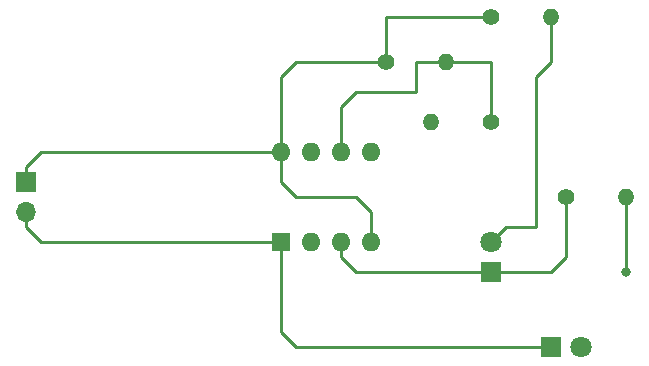
<source format=gbr>
G04 #@! TF.GenerationSoftware,KiCad,Pcbnew,5.0.2+dfsg1-1+deb10u1*
G04 #@! TF.CreationDate,2023-01-12T16:54:00+08:00*
G04 #@! TF.ProjectId,555-blinker,3535352d-626c-4696-9e6b-65722e6b6963,1.0*
G04 #@! TF.SameCoordinates,Original*
G04 #@! TF.FileFunction,Copper,L1,Top*
G04 #@! TF.FilePolarity,Positive*
%FSLAX46Y46*%
G04 Gerber Fmt 4.6, Leading zero omitted, Abs format (unit mm)*
G04 Created by KiCad (PCBNEW 5.0.2+dfsg1-1+deb10u1) date Thu 12 Jan 2023 04:54:00 PM +08*
%MOMM*%
%LPD*%
G01*
G04 APERTURE LIST*
G04 #@! TA.AperFunction,ComponentPad*
%ADD10R,1.700000X1.700000*%
G04 #@! TD*
G04 #@! TA.AperFunction,ComponentPad*
%ADD11O,1.700000X1.700000*%
G04 #@! TD*
G04 #@! TA.AperFunction,ComponentPad*
%ADD12C,1.800000*%
G04 #@! TD*
G04 #@! TA.AperFunction,ComponentPad*
%ADD13R,1.800000X1.800000*%
G04 #@! TD*
G04 #@! TA.AperFunction,ComponentPad*
%ADD14R,1.600000X1.600000*%
G04 #@! TD*
G04 #@! TA.AperFunction,ComponentPad*
%ADD15O,1.600000X1.600000*%
G04 #@! TD*
G04 #@! TA.AperFunction,ComponentPad*
%ADD16O,1.400000X1.400000*%
G04 #@! TD*
G04 #@! TA.AperFunction,ComponentPad*
%ADD17C,1.400000*%
G04 #@! TD*
G04 #@! TA.AperFunction,ViaPad*
%ADD18C,0.800000*%
G04 #@! TD*
G04 #@! TA.AperFunction,Conductor*
%ADD19C,0.250000*%
G04 #@! TD*
G04 APERTURE END LIST*
D10*
G04 #@! TO.P,BT1,1*
G04 #@! TO.N,VCC*
X104140000Y-52070000D03*
D11*
G04 #@! TO.P,BT1,2*
G04 #@! TO.N,GND*
X104140000Y-54610000D03*
G04 #@! TD*
D12*
G04 #@! TO.P,D2,2*
G04 #@! TO.N,Net-(D2-Pad2)*
X151130000Y-66040000D03*
D13*
G04 #@! TO.P,D2,1*
G04 #@! TO.N,GND*
X148590000Y-66040000D03*
G04 #@! TD*
G04 #@! TO.P,D1,1*
G04 #@! TO.N,Net-(D1-Pad1)*
X143510000Y-59690000D03*
D12*
G04 #@! TO.P,D1,2*
G04 #@! TO.N,Net-(D1-Pad2)*
X143510000Y-57150000D03*
G04 #@! TD*
D14*
G04 #@! TO.P,U1,1*
G04 #@! TO.N,GND*
X125730000Y-57150000D03*
D15*
G04 #@! TO.P,U1,5*
G04 #@! TO.N,Net-(U1-Pad5)*
X133350000Y-49530000D03*
G04 #@! TO.P,U1,2*
G04 #@! TO.N,Net-(R1-Pad2)*
X128270000Y-57150000D03*
G04 #@! TO.P,U1,6*
X130810000Y-49530000D03*
G04 #@! TO.P,U1,3*
G04 #@! TO.N,Net-(D1-Pad1)*
X130810000Y-57150000D03*
G04 #@! TO.P,U1,7*
G04 #@! TO.N,Net-(R2-Pad2)*
X128270000Y-49530000D03*
G04 #@! TO.P,U1,4*
G04 #@! TO.N,VCC*
X133350000Y-57150000D03*
G04 #@! TO.P,U1,8*
X125730000Y-49530000D03*
G04 #@! TD*
D16*
G04 #@! TO.P,R4,2*
G04 #@! TO.N,Net-(D2-Pad2)*
X154940000Y-53340000D03*
D17*
G04 #@! TO.P,R4,1*
G04 #@! TO.N,Net-(D1-Pad1)*
X149860000Y-53340000D03*
G04 #@! TD*
G04 #@! TO.P,R3,1*
G04 #@! TO.N,VCC*
X143510000Y-38100000D03*
D16*
G04 #@! TO.P,R3,2*
G04 #@! TO.N,Net-(D1-Pad2)*
X148590000Y-38100000D03*
G04 #@! TD*
G04 #@! TO.P,R2,2*
G04 #@! TO.N,Net-(R2-Pad2)*
X138430000Y-46990000D03*
D17*
G04 #@! TO.P,R2,1*
G04 #@! TO.N,Net-(R1-Pad2)*
X143510000Y-46990000D03*
G04 #@! TD*
G04 #@! TO.P,R1,1*
G04 #@! TO.N,VCC*
X134620000Y-41910000D03*
D16*
G04 #@! TO.P,R1,2*
G04 #@! TO.N,Net-(R1-Pad2)*
X139700000Y-41910000D03*
G04 #@! TD*
D18*
G04 #@! TO.N,Net-(D2-Pad2)*
X154940000Y-59690000D03*
G04 #@! TD*
D19*
G04 #@! TO.N,VCC*
X104140000Y-52070000D02*
X104140000Y-50800000D01*
X104140000Y-50800000D02*
X105410000Y-49530000D01*
X105410000Y-49530000D02*
X125730000Y-49530000D01*
X143510000Y-38100000D02*
X134620000Y-38100000D01*
X134620000Y-38100000D02*
X134620000Y-41910000D01*
X134620000Y-41910000D02*
X127000000Y-41910000D01*
X127000000Y-41910000D02*
X125730000Y-43180000D01*
X125730000Y-43180000D02*
X125730000Y-49530000D01*
X133350000Y-54610000D02*
X133350000Y-57150000D01*
X127000000Y-53340000D02*
X132080000Y-53340000D01*
X125730000Y-49530000D02*
X125730000Y-52070000D01*
X132080000Y-53340000D02*
X133350000Y-54610000D01*
X125730000Y-52070000D02*
X127000000Y-53340000D01*
G04 #@! TO.N,GND*
X125730000Y-57150000D02*
X125730000Y-64770000D01*
X127000000Y-66040000D02*
X148590000Y-66040000D01*
X125730000Y-64770000D02*
X127000000Y-66040000D01*
X125730000Y-57150000D02*
X105410000Y-57150000D01*
X105410000Y-57150000D02*
X104140000Y-55880000D01*
X104140000Y-55880000D02*
X104140000Y-54610000D01*
G04 #@! TO.N,Net-(R1-Pad2)*
X139700000Y-41910000D02*
X143510000Y-41910000D01*
X143510000Y-41910000D02*
X143510000Y-43180000D01*
X143510000Y-43180000D02*
X143510000Y-46990000D01*
X139700000Y-41910000D02*
X137160000Y-41910000D01*
X137160000Y-41910000D02*
X137160000Y-44450000D01*
X137160000Y-44450000D02*
X132080000Y-44450000D01*
X132080000Y-44450000D02*
X130810000Y-45720000D01*
X130810000Y-45720000D02*
X130810000Y-49530000D01*
G04 #@! TO.N,Net-(D1-Pad2)*
X148590000Y-41910000D02*
X147320000Y-43180000D01*
X144780000Y-55880000D02*
X143510000Y-57150000D01*
X148590000Y-38100000D02*
X148590000Y-41910000D01*
X147320000Y-43180000D02*
X147320000Y-55880000D01*
X147320000Y-55880000D02*
X144780000Y-55880000D01*
G04 #@! TO.N,Net-(D2-Pad2)*
X154940000Y-53340000D02*
X154940000Y-59690000D01*
X154940000Y-59690000D02*
X154940000Y-59690000D01*
G04 #@! TO.N,Net-(D1-Pad1)*
X149860000Y-53340000D02*
X149860000Y-58420000D01*
X149860000Y-58420000D02*
X148590000Y-59690000D01*
X148590000Y-59690000D02*
X143510000Y-59690000D01*
X143510000Y-59690000D02*
X132080000Y-59690000D01*
X132080000Y-59690000D02*
X130810000Y-58420000D01*
X130810000Y-58420000D02*
X130810000Y-57150000D01*
G04 #@! TD*
M02*

</source>
